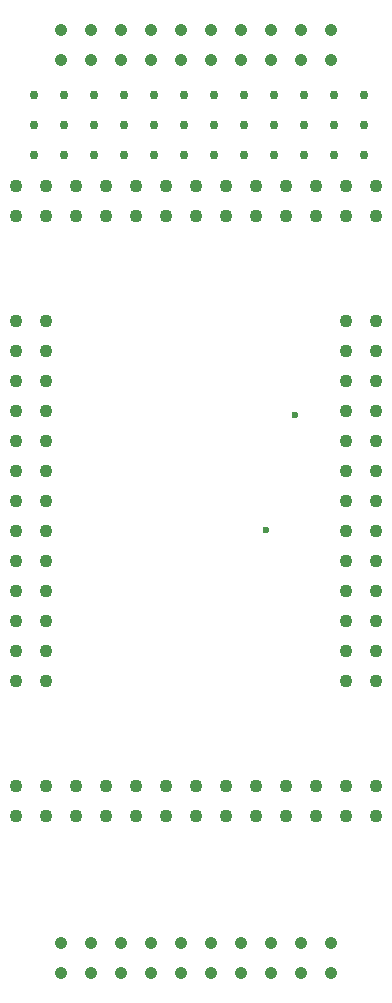
<source format=gbr>
%TF.GenerationSoftware,Altium Limited,Altium Designer,23.4.1 (23)*%
G04 Layer_Color=0*
%FSLAX45Y45*%
%MOMM*%
%TF.SameCoordinates,7ABC1050-9991-4EB7-8225-191FA7049C92*%
%TF.FilePolarity,Positive*%
%TF.FileFunction,Plated,1,2,PTH,Drill*%
%TF.Part,Single*%
G01*
G75*
%TA.AperFunction,ComponentDrill*%
%ADD43C,1.10000*%
%ADD44C,1.10000*%
%ADD45C,1.04000*%
%TA.AperFunction,OtherDrill,Pad Free-17 (2.794mm,74.295mm)*%
%ADD46C,0.76200*%
%TA.AperFunction,OtherDrill,Pad Free-17 (10.414mm,74.295mm)*%
%ADD47C,0.76200*%
%TA.AperFunction,OtherDrill,Pad Free-17 (5.334mm,74.295mm)*%
%ADD48C,0.76200*%
%TA.AperFunction,OtherDrill,Pad Free-17 (7.874mm,74.295mm)*%
%ADD49C,0.76200*%
%TA.AperFunction,OtherDrill,Pad Free-17 (12.954mm,74.295mm)*%
%ADD50C,0.76200*%
%TA.AperFunction,OtherDrill,Pad Free-17 (20.574mm,74.295mm)*%
%ADD51C,0.76200*%
%TA.AperFunction,OtherDrill,Pad Free-17 (18.034mm,74.295mm)*%
%ADD52C,0.76200*%
%TA.AperFunction,OtherDrill,Pad Free-17 (15.494mm,74.295mm)*%
%ADD53C,0.76200*%
%TA.AperFunction,OtherDrill,Pad Free-17 (30.734mm,74.295mm)*%
%ADD54C,0.76200*%
%TA.AperFunction,OtherDrill,Pad Free-17 (28.194mm,74.295mm)*%
%ADD55C,0.76200*%
%TA.AperFunction,OtherDrill,Pad Free-17 (23.114mm,74.295mm)*%
%ADD56C,0.76200*%
%TA.AperFunction,OtherDrill,Pad Free-17 (25.654mm,74.295mm)*%
%ADD57C,0.76200*%
%TA.AperFunction,OtherDrill,Pad Free-17 (23.114mm,79.375mm)*%
%ADD58C,0.76200*%
%TA.AperFunction,OtherDrill,Pad Free-17 (23.114mm,76.835mm)*%
%ADD59C,0.76200*%
%TA.AperFunction,OtherDrill,Pad Free-17 (25.654mm,76.835mm)*%
%ADD60C,0.76200*%
%TA.AperFunction,OtherDrill,Pad Free-17 (25.654mm,79.375mm)*%
%ADD61C,0.76200*%
%TA.AperFunction,OtherDrill,Pad Free-17 (30.734mm,79.375mm)*%
%ADD62C,0.76200*%
%TA.AperFunction,OtherDrill,Pad Free-17 (30.734mm,76.835mm)*%
%ADD63C,0.76200*%
%TA.AperFunction,OtherDrill,Pad Free-17 (28.194mm,76.835mm)*%
%ADD64C,0.76200*%
%TA.AperFunction,OtherDrill,Pad Free-17 (28.194mm,79.375mm)*%
%ADD65C,0.76200*%
%TA.AperFunction,OtherDrill,Pad Free-17 (12.954mm,79.375mm)*%
%ADD66C,0.76200*%
%TA.AperFunction,OtherDrill,Pad Free-17 (12.954mm,76.835mm)*%
%ADD67C,0.76200*%
%TA.AperFunction,OtherDrill,Pad Free-17 (15.494mm,76.835mm)*%
%ADD68C,0.76200*%
%TA.AperFunction,OtherDrill,Pad Free-17 (15.494mm,79.375mm)*%
%ADD69C,0.76200*%
%TA.AperFunction,OtherDrill,Pad Free-17 (20.574mm,79.375mm)*%
%ADD70C,0.76200*%
%TA.AperFunction,OtherDrill,Pad Free-17 (20.574mm,76.835mm)*%
%ADD71C,0.76200*%
%TA.AperFunction,OtherDrill,Pad Free-17 (18.034mm,76.835mm)*%
%ADD72C,0.76200*%
%TA.AperFunction,OtherDrill,Pad Free-17 (18.034mm,79.375mm)*%
%ADD73C,0.76200*%
%TA.AperFunction,OtherDrill,Pad Free-17 (7.874mm,79.375mm)*%
%ADD74C,0.76200*%
%TA.AperFunction,OtherDrill,Pad Free-17 (7.874mm,76.835mm)*%
%ADD75C,0.76200*%
%TA.AperFunction,OtherDrill,Pad Free-17 (10.414mm,76.835mm)*%
%ADD76C,0.76200*%
%TA.AperFunction,OtherDrill,Pad Free-17 (10.414mm,79.375mm)*%
%ADD77C,0.76200*%
%TA.AperFunction,OtherDrill,Pad Free-17 (5.334mm,79.375mm)*%
%ADD78C,0.76200*%
%TA.AperFunction,OtherDrill,Pad Free-17 (5.334mm,76.835mm)*%
%ADD79C,0.76200*%
%TA.AperFunction,OtherDrill,Pad Free-17 (2.794mm,76.835mm)*%
%ADD80C,0.76200*%
%TA.AperFunction,OtherDrill,Pad Free-17 (2.794mm,79.375mm)*%
%ADD81C,0.76200*%
%TA.AperFunction,ViaDrill,NotFilled*%
%ADD82C,0.60000*%
D43*
X126000Y1833000D02*
D03*
Y2087000D02*
D03*
X380000Y1833000D02*
D03*
Y2087000D02*
D03*
X634000Y1833000D02*
D03*
Y2087000D02*
D03*
X888000Y1833000D02*
D03*
Y2087000D02*
D03*
X1142000Y1833000D02*
D03*
Y2087000D02*
D03*
X1396000Y1833000D02*
D03*
Y2087000D02*
D03*
X1650000Y1833000D02*
D03*
Y2087000D02*
D03*
X1904000Y1833000D02*
D03*
Y2087000D02*
D03*
X2158000Y1833000D02*
D03*
Y2087000D02*
D03*
X2412000Y1833000D02*
D03*
Y2087000D02*
D03*
X2666000Y1833000D02*
D03*
Y2087000D02*
D03*
X2920000Y1833000D02*
D03*
Y2087000D02*
D03*
X3174000Y1833000D02*
D03*
Y2087000D02*
D03*
X127000Y6913000D02*
D03*
Y7167000D02*
D03*
X381000Y6913000D02*
D03*
Y7167000D02*
D03*
X635000Y6913000D02*
D03*
Y7167000D02*
D03*
X889000Y6913000D02*
D03*
Y7167000D02*
D03*
X1143000Y6913000D02*
D03*
Y7167000D02*
D03*
X1397000Y6913000D02*
D03*
Y7167000D02*
D03*
X1651000Y6913000D02*
D03*
Y7167000D02*
D03*
X1905000Y6913000D02*
D03*
Y7167000D02*
D03*
X2159000Y6913000D02*
D03*
Y7167000D02*
D03*
X2413000Y6913000D02*
D03*
Y7167000D02*
D03*
X2667000Y6913000D02*
D03*
Y7167000D02*
D03*
X2921000Y6913000D02*
D03*
Y7167000D02*
D03*
X3175000Y6913000D02*
D03*
Y7167000D02*
D03*
D44*
X3173000Y2976000D02*
D03*
X2919000D02*
D03*
X3173000Y3230000D02*
D03*
X2919000D02*
D03*
X3173000Y3484000D02*
D03*
X2919000D02*
D03*
X3173000Y3738000D02*
D03*
X2919000D02*
D03*
X3173000Y3992000D02*
D03*
X2919000D02*
D03*
X3173000Y4246000D02*
D03*
X2919000D02*
D03*
X3173000Y4500000D02*
D03*
X2919000D02*
D03*
X3173000Y4754000D02*
D03*
X2919000D02*
D03*
X3173000Y5008000D02*
D03*
X2919000D02*
D03*
X3173000Y5262000D02*
D03*
X2919000D02*
D03*
X3173000Y5516000D02*
D03*
X2919000D02*
D03*
X3173000Y5770000D02*
D03*
X2919000D02*
D03*
X3173000Y6024000D02*
D03*
X2919000D02*
D03*
X127000D02*
D03*
X381000D02*
D03*
X127000Y5770000D02*
D03*
X381000D02*
D03*
X127000Y5516000D02*
D03*
X381000D02*
D03*
X127000Y5262000D02*
D03*
X381000D02*
D03*
X127000Y5008000D02*
D03*
X381000D02*
D03*
X127000Y4754000D02*
D03*
X381000D02*
D03*
X127000Y4500000D02*
D03*
X381000D02*
D03*
X127000Y4246000D02*
D03*
X381000D02*
D03*
X127000Y3992000D02*
D03*
X381000D02*
D03*
X127000Y3738000D02*
D03*
X381000D02*
D03*
X127000Y3484000D02*
D03*
X381000D02*
D03*
X127000Y3230000D02*
D03*
X381000D02*
D03*
X127000Y2976000D02*
D03*
X381000D02*
D03*
D45*
X508000Y508000D02*
D03*
Y762000D02*
D03*
X762000Y508000D02*
D03*
Y762000D02*
D03*
X1016000Y508000D02*
D03*
Y762000D02*
D03*
X1270000Y508000D02*
D03*
Y762000D02*
D03*
X1524000Y508000D02*
D03*
Y762000D02*
D03*
X1778000Y508000D02*
D03*
Y762000D02*
D03*
X2032000Y508000D02*
D03*
Y762000D02*
D03*
X2286000Y508000D02*
D03*
Y762000D02*
D03*
X2540000Y508000D02*
D03*
Y762000D02*
D03*
X2794000Y508000D02*
D03*
Y762000D02*
D03*
X508000Y8238000D02*
D03*
Y8492000D02*
D03*
X762000Y8238000D02*
D03*
Y8492000D02*
D03*
X1016000Y8238000D02*
D03*
Y8492000D02*
D03*
X1270000Y8238000D02*
D03*
Y8492000D02*
D03*
X1524000Y8238000D02*
D03*
Y8492000D02*
D03*
X1778000Y8238000D02*
D03*
Y8492000D02*
D03*
X2032000Y8238000D02*
D03*
Y8492000D02*
D03*
X2286000Y8238000D02*
D03*
Y8492000D02*
D03*
X2540000Y8238000D02*
D03*
Y8492000D02*
D03*
X2794000Y8238000D02*
D03*
Y8492000D02*
D03*
D46*
X279400Y7429500D02*
D03*
D47*
X1041400D02*
D03*
D48*
X533400D02*
D03*
D49*
X787400D02*
D03*
D50*
X1295400D02*
D03*
D51*
X2057400D02*
D03*
D52*
X1803400D02*
D03*
D53*
X1549400D02*
D03*
D54*
X3073400D02*
D03*
D55*
X2819400D02*
D03*
D56*
X2311400D02*
D03*
D57*
X2565400D02*
D03*
D58*
X2311400Y7937500D02*
D03*
D59*
Y7683500D02*
D03*
D60*
X2565400D02*
D03*
D61*
Y7937500D02*
D03*
D62*
X3073400D02*
D03*
D63*
Y7683500D02*
D03*
D64*
X2819400D02*
D03*
D65*
Y7937500D02*
D03*
D66*
X1295400D02*
D03*
D67*
Y7683500D02*
D03*
D68*
X1549400D02*
D03*
D69*
Y7937500D02*
D03*
D70*
X2057400D02*
D03*
D71*
Y7683500D02*
D03*
D72*
X1803400D02*
D03*
D73*
Y7937500D02*
D03*
D74*
X787400D02*
D03*
D75*
Y7683500D02*
D03*
D76*
X1041400D02*
D03*
D77*
Y7937500D02*
D03*
D78*
X533400D02*
D03*
D79*
Y7683500D02*
D03*
D80*
X279400D02*
D03*
D81*
Y7937500D02*
D03*
D82*
X2247900Y4254500D02*
D03*
X2489200Y5232400D02*
D03*
%TF.MD5,8bf2ee1a9b615747f144d6c4d74917f6*%
M02*

</source>
